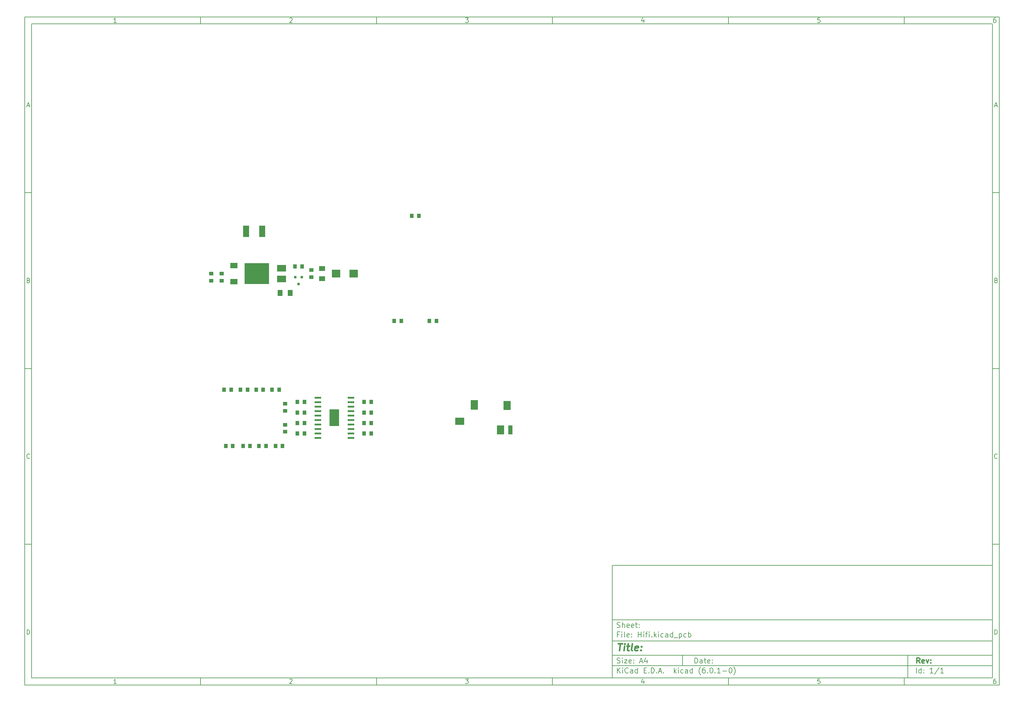
<source format=gtp>
G04 #@! TF.GenerationSoftware,KiCad,Pcbnew,(6.0.1-0)*
G04 #@! TF.CreationDate,2022-01-26T00:05:36+08:00*
G04 #@! TF.ProjectId,Hifi,48696669-2e6b-4696-9361-645f70636258,rev?*
G04 #@! TF.SameCoordinates,Original*
G04 #@! TF.FileFunction,Paste,Top*
G04 #@! TF.FilePolarity,Positive*
%FSLAX46Y46*%
G04 Gerber Fmt 4.6, Leading zero omitted, Abs format (unit mm)*
G04 Created by KiCad (PCBNEW (6.0.1-0)) date 2022-01-26 00:05:36*
%MOMM*%
%LPD*%
G01*
G04 APERTURE LIST*
%ADD10C,0.100000*%
%ADD11C,0.150000*%
%ADD12C,0.300000*%
%ADD13C,0.400000*%
%ADD14R,1.000000X1.250000*%
%ADD15R,1.800000X3.200000*%
%ADD16R,1.950000X0.600000*%
%ADD17R,2.800000X4.800000*%
%ADD18R,2.000000X2.500000*%
%ADD19R,2.000000X2.800000*%
%ADD20R,2.500000X2.000000*%
%ADD21R,1.200000X2.500000*%
%ADD22R,2.000000X1.500000*%
%ADD23R,7.000000X6.000000*%
%ADD24R,1.250000X1.000000*%
%ADD25R,2.370000X2.230000*%
%ADD26R,1.700000X1.360000*%
%ADD27R,1.360000X1.700000*%
%ADD28R,0.800100X0.800100*%
%ADD29R,2.499360X1.950720*%
G04 APERTURE END LIST*
D10*
D11*
X177002200Y-166007200D02*
X177002200Y-198007200D01*
X285002200Y-198007200D01*
X285002200Y-166007200D01*
X177002200Y-166007200D01*
D10*
D11*
X10000000Y-10000000D02*
X10000000Y-200007200D01*
X287002200Y-200007200D01*
X287002200Y-10000000D01*
X10000000Y-10000000D01*
D10*
D11*
X12000000Y-12000000D02*
X12000000Y-198007200D01*
X285002200Y-198007200D01*
X285002200Y-12000000D01*
X12000000Y-12000000D01*
D10*
D11*
X60000000Y-12000000D02*
X60000000Y-10000000D01*
D10*
D11*
X110000000Y-12000000D02*
X110000000Y-10000000D01*
D10*
D11*
X160000000Y-12000000D02*
X160000000Y-10000000D01*
D10*
D11*
X210000000Y-12000000D02*
X210000000Y-10000000D01*
D10*
D11*
X260000000Y-12000000D02*
X260000000Y-10000000D01*
D10*
D11*
X36065476Y-11588095D02*
X35322619Y-11588095D01*
X35694047Y-11588095D02*
X35694047Y-10288095D01*
X35570238Y-10473809D01*
X35446428Y-10597619D01*
X35322619Y-10659523D01*
D10*
D11*
X85322619Y-10411904D02*
X85384523Y-10350000D01*
X85508333Y-10288095D01*
X85817857Y-10288095D01*
X85941666Y-10350000D01*
X86003571Y-10411904D01*
X86065476Y-10535714D01*
X86065476Y-10659523D01*
X86003571Y-10845238D01*
X85260714Y-11588095D01*
X86065476Y-11588095D01*
D10*
D11*
X135260714Y-10288095D02*
X136065476Y-10288095D01*
X135632142Y-10783333D01*
X135817857Y-10783333D01*
X135941666Y-10845238D01*
X136003571Y-10907142D01*
X136065476Y-11030952D01*
X136065476Y-11340476D01*
X136003571Y-11464285D01*
X135941666Y-11526190D01*
X135817857Y-11588095D01*
X135446428Y-11588095D01*
X135322619Y-11526190D01*
X135260714Y-11464285D01*
D10*
D11*
X185941666Y-10721428D02*
X185941666Y-11588095D01*
X185632142Y-10226190D02*
X185322619Y-11154761D01*
X186127380Y-11154761D01*
D10*
D11*
X236003571Y-10288095D02*
X235384523Y-10288095D01*
X235322619Y-10907142D01*
X235384523Y-10845238D01*
X235508333Y-10783333D01*
X235817857Y-10783333D01*
X235941666Y-10845238D01*
X236003571Y-10907142D01*
X236065476Y-11030952D01*
X236065476Y-11340476D01*
X236003571Y-11464285D01*
X235941666Y-11526190D01*
X235817857Y-11588095D01*
X235508333Y-11588095D01*
X235384523Y-11526190D01*
X235322619Y-11464285D01*
D10*
D11*
X285941666Y-10288095D02*
X285694047Y-10288095D01*
X285570238Y-10350000D01*
X285508333Y-10411904D01*
X285384523Y-10597619D01*
X285322619Y-10845238D01*
X285322619Y-11340476D01*
X285384523Y-11464285D01*
X285446428Y-11526190D01*
X285570238Y-11588095D01*
X285817857Y-11588095D01*
X285941666Y-11526190D01*
X286003571Y-11464285D01*
X286065476Y-11340476D01*
X286065476Y-11030952D01*
X286003571Y-10907142D01*
X285941666Y-10845238D01*
X285817857Y-10783333D01*
X285570238Y-10783333D01*
X285446428Y-10845238D01*
X285384523Y-10907142D01*
X285322619Y-11030952D01*
D10*
D11*
X60000000Y-198007200D02*
X60000000Y-200007200D01*
D10*
D11*
X110000000Y-198007200D02*
X110000000Y-200007200D01*
D10*
D11*
X160000000Y-198007200D02*
X160000000Y-200007200D01*
D10*
D11*
X210000000Y-198007200D02*
X210000000Y-200007200D01*
D10*
D11*
X260000000Y-198007200D02*
X260000000Y-200007200D01*
D10*
D11*
X36065476Y-199595295D02*
X35322619Y-199595295D01*
X35694047Y-199595295D02*
X35694047Y-198295295D01*
X35570238Y-198481009D01*
X35446428Y-198604819D01*
X35322619Y-198666723D01*
D10*
D11*
X85322619Y-198419104D02*
X85384523Y-198357200D01*
X85508333Y-198295295D01*
X85817857Y-198295295D01*
X85941666Y-198357200D01*
X86003571Y-198419104D01*
X86065476Y-198542914D01*
X86065476Y-198666723D01*
X86003571Y-198852438D01*
X85260714Y-199595295D01*
X86065476Y-199595295D01*
D10*
D11*
X135260714Y-198295295D02*
X136065476Y-198295295D01*
X135632142Y-198790533D01*
X135817857Y-198790533D01*
X135941666Y-198852438D01*
X136003571Y-198914342D01*
X136065476Y-199038152D01*
X136065476Y-199347676D01*
X136003571Y-199471485D01*
X135941666Y-199533390D01*
X135817857Y-199595295D01*
X135446428Y-199595295D01*
X135322619Y-199533390D01*
X135260714Y-199471485D01*
D10*
D11*
X185941666Y-198728628D02*
X185941666Y-199595295D01*
X185632142Y-198233390D02*
X185322619Y-199161961D01*
X186127380Y-199161961D01*
D10*
D11*
X236003571Y-198295295D02*
X235384523Y-198295295D01*
X235322619Y-198914342D01*
X235384523Y-198852438D01*
X235508333Y-198790533D01*
X235817857Y-198790533D01*
X235941666Y-198852438D01*
X236003571Y-198914342D01*
X236065476Y-199038152D01*
X236065476Y-199347676D01*
X236003571Y-199471485D01*
X235941666Y-199533390D01*
X235817857Y-199595295D01*
X235508333Y-199595295D01*
X235384523Y-199533390D01*
X235322619Y-199471485D01*
D10*
D11*
X285941666Y-198295295D02*
X285694047Y-198295295D01*
X285570238Y-198357200D01*
X285508333Y-198419104D01*
X285384523Y-198604819D01*
X285322619Y-198852438D01*
X285322619Y-199347676D01*
X285384523Y-199471485D01*
X285446428Y-199533390D01*
X285570238Y-199595295D01*
X285817857Y-199595295D01*
X285941666Y-199533390D01*
X286003571Y-199471485D01*
X286065476Y-199347676D01*
X286065476Y-199038152D01*
X286003571Y-198914342D01*
X285941666Y-198852438D01*
X285817857Y-198790533D01*
X285570238Y-198790533D01*
X285446428Y-198852438D01*
X285384523Y-198914342D01*
X285322619Y-199038152D01*
D10*
D11*
X10000000Y-60000000D02*
X12000000Y-60000000D01*
D10*
D11*
X10000000Y-110000000D02*
X12000000Y-110000000D01*
D10*
D11*
X10000000Y-160000000D02*
X12000000Y-160000000D01*
D10*
D11*
X10690476Y-35216666D02*
X11309523Y-35216666D01*
X10566666Y-35588095D02*
X11000000Y-34288095D01*
X11433333Y-35588095D01*
D10*
D11*
X11092857Y-84907142D02*
X11278571Y-84969047D01*
X11340476Y-85030952D01*
X11402380Y-85154761D01*
X11402380Y-85340476D01*
X11340476Y-85464285D01*
X11278571Y-85526190D01*
X11154761Y-85588095D01*
X10659523Y-85588095D01*
X10659523Y-84288095D01*
X11092857Y-84288095D01*
X11216666Y-84350000D01*
X11278571Y-84411904D01*
X11340476Y-84535714D01*
X11340476Y-84659523D01*
X11278571Y-84783333D01*
X11216666Y-84845238D01*
X11092857Y-84907142D01*
X10659523Y-84907142D01*
D10*
D11*
X11402380Y-135464285D02*
X11340476Y-135526190D01*
X11154761Y-135588095D01*
X11030952Y-135588095D01*
X10845238Y-135526190D01*
X10721428Y-135402380D01*
X10659523Y-135278571D01*
X10597619Y-135030952D01*
X10597619Y-134845238D01*
X10659523Y-134597619D01*
X10721428Y-134473809D01*
X10845238Y-134350000D01*
X11030952Y-134288095D01*
X11154761Y-134288095D01*
X11340476Y-134350000D01*
X11402380Y-134411904D01*
D10*
D11*
X10659523Y-185588095D02*
X10659523Y-184288095D01*
X10969047Y-184288095D01*
X11154761Y-184350000D01*
X11278571Y-184473809D01*
X11340476Y-184597619D01*
X11402380Y-184845238D01*
X11402380Y-185030952D01*
X11340476Y-185278571D01*
X11278571Y-185402380D01*
X11154761Y-185526190D01*
X10969047Y-185588095D01*
X10659523Y-185588095D01*
D10*
D11*
X287002200Y-60000000D02*
X285002200Y-60000000D01*
D10*
D11*
X287002200Y-110000000D02*
X285002200Y-110000000D01*
D10*
D11*
X287002200Y-160000000D02*
X285002200Y-160000000D01*
D10*
D11*
X285692676Y-35216666D02*
X286311723Y-35216666D01*
X285568866Y-35588095D02*
X286002200Y-34288095D01*
X286435533Y-35588095D01*
D10*
D11*
X286095057Y-84907142D02*
X286280771Y-84969047D01*
X286342676Y-85030952D01*
X286404580Y-85154761D01*
X286404580Y-85340476D01*
X286342676Y-85464285D01*
X286280771Y-85526190D01*
X286156961Y-85588095D01*
X285661723Y-85588095D01*
X285661723Y-84288095D01*
X286095057Y-84288095D01*
X286218866Y-84350000D01*
X286280771Y-84411904D01*
X286342676Y-84535714D01*
X286342676Y-84659523D01*
X286280771Y-84783333D01*
X286218866Y-84845238D01*
X286095057Y-84907142D01*
X285661723Y-84907142D01*
D10*
D11*
X286404580Y-135464285D02*
X286342676Y-135526190D01*
X286156961Y-135588095D01*
X286033152Y-135588095D01*
X285847438Y-135526190D01*
X285723628Y-135402380D01*
X285661723Y-135278571D01*
X285599819Y-135030952D01*
X285599819Y-134845238D01*
X285661723Y-134597619D01*
X285723628Y-134473809D01*
X285847438Y-134350000D01*
X286033152Y-134288095D01*
X286156961Y-134288095D01*
X286342676Y-134350000D01*
X286404580Y-134411904D01*
D10*
D11*
X285661723Y-185588095D02*
X285661723Y-184288095D01*
X285971247Y-184288095D01*
X286156961Y-184350000D01*
X286280771Y-184473809D01*
X286342676Y-184597619D01*
X286404580Y-184845238D01*
X286404580Y-185030952D01*
X286342676Y-185278571D01*
X286280771Y-185402380D01*
X286156961Y-185526190D01*
X285971247Y-185588095D01*
X285661723Y-185588095D01*
D10*
D11*
X200434342Y-193785771D02*
X200434342Y-192285771D01*
X200791485Y-192285771D01*
X201005771Y-192357200D01*
X201148628Y-192500057D01*
X201220057Y-192642914D01*
X201291485Y-192928628D01*
X201291485Y-193142914D01*
X201220057Y-193428628D01*
X201148628Y-193571485D01*
X201005771Y-193714342D01*
X200791485Y-193785771D01*
X200434342Y-193785771D01*
X202577200Y-193785771D02*
X202577200Y-193000057D01*
X202505771Y-192857200D01*
X202362914Y-192785771D01*
X202077200Y-192785771D01*
X201934342Y-192857200D01*
X202577200Y-193714342D02*
X202434342Y-193785771D01*
X202077200Y-193785771D01*
X201934342Y-193714342D01*
X201862914Y-193571485D01*
X201862914Y-193428628D01*
X201934342Y-193285771D01*
X202077200Y-193214342D01*
X202434342Y-193214342D01*
X202577200Y-193142914D01*
X203077200Y-192785771D02*
X203648628Y-192785771D01*
X203291485Y-192285771D02*
X203291485Y-193571485D01*
X203362914Y-193714342D01*
X203505771Y-193785771D01*
X203648628Y-193785771D01*
X204720057Y-193714342D02*
X204577200Y-193785771D01*
X204291485Y-193785771D01*
X204148628Y-193714342D01*
X204077200Y-193571485D01*
X204077200Y-193000057D01*
X204148628Y-192857200D01*
X204291485Y-192785771D01*
X204577200Y-192785771D01*
X204720057Y-192857200D01*
X204791485Y-193000057D01*
X204791485Y-193142914D01*
X204077200Y-193285771D01*
X205434342Y-193642914D02*
X205505771Y-193714342D01*
X205434342Y-193785771D01*
X205362914Y-193714342D01*
X205434342Y-193642914D01*
X205434342Y-193785771D01*
X205434342Y-192857200D02*
X205505771Y-192928628D01*
X205434342Y-193000057D01*
X205362914Y-192928628D01*
X205434342Y-192857200D01*
X205434342Y-193000057D01*
D10*
D11*
X177002200Y-194507200D02*
X285002200Y-194507200D01*
D10*
D11*
X178434342Y-196585771D02*
X178434342Y-195085771D01*
X179291485Y-196585771D02*
X178648628Y-195728628D01*
X179291485Y-195085771D02*
X178434342Y-195942914D01*
X179934342Y-196585771D02*
X179934342Y-195585771D01*
X179934342Y-195085771D02*
X179862914Y-195157200D01*
X179934342Y-195228628D01*
X180005771Y-195157200D01*
X179934342Y-195085771D01*
X179934342Y-195228628D01*
X181505771Y-196442914D02*
X181434342Y-196514342D01*
X181220057Y-196585771D01*
X181077200Y-196585771D01*
X180862914Y-196514342D01*
X180720057Y-196371485D01*
X180648628Y-196228628D01*
X180577200Y-195942914D01*
X180577200Y-195728628D01*
X180648628Y-195442914D01*
X180720057Y-195300057D01*
X180862914Y-195157200D01*
X181077200Y-195085771D01*
X181220057Y-195085771D01*
X181434342Y-195157200D01*
X181505771Y-195228628D01*
X182791485Y-196585771D02*
X182791485Y-195800057D01*
X182720057Y-195657200D01*
X182577200Y-195585771D01*
X182291485Y-195585771D01*
X182148628Y-195657200D01*
X182791485Y-196514342D02*
X182648628Y-196585771D01*
X182291485Y-196585771D01*
X182148628Y-196514342D01*
X182077200Y-196371485D01*
X182077200Y-196228628D01*
X182148628Y-196085771D01*
X182291485Y-196014342D01*
X182648628Y-196014342D01*
X182791485Y-195942914D01*
X184148628Y-196585771D02*
X184148628Y-195085771D01*
X184148628Y-196514342D02*
X184005771Y-196585771D01*
X183720057Y-196585771D01*
X183577200Y-196514342D01*
X183505771Y-196442914D01*
X183434342Y-196300057D01*
X183434342Y-195871485D01*
X183505771Y-195728628D01*
X183577200Y-195657200D01*
X183720057Y-195585771D01*
X184005771Y-195585771D01*
X184148628Y-195657200D01*
X186005771Y-195800057D02*
X186505771Y-195800057D01*
X186720057Y-196585771D02*
X186005771Y-196585771D01*
X186005771Y-195085771D01*
X186720057Y-195085771D01*
X187362914Y-196442914D02*
X187434342Y-196514342D01*
X187362914Y-196585771D01*
X187291485Y-196514342D01*
X187362914Y-196442914D01*
X187362914Y-196585771D01*
X188077200Y-196585771D02*
X188077200Y-195085771D01*
X188434342Y-195085771D01*
X188648628Y-195157200D01*
X188791485Y-195300057D01*
X188862914Y-195442914D01*
X188934342Y-195728628D01*
X188934342Y-195942914D01*
X188862914Y-196228628D01*
X188791485Y-196371485D01*
X188648628Y-196514342D01*
X188434342Y-196585771D01*
X188077200Y-196585771D01*
X189577200Y-196442914D02*
X189648628Y-196514342D01*
X189577200Y-196585771D01*
X189505771Y-196514342D01*
X189577200Y-196442914D01*
X189577200Y-196585771D01*
X190220057Y-196157200D02*
X190934342Y-196157200D01*
X190077200Y-196585771D02*
X190577200Y-195085771D01*
X191077200Y-196585771D01*
X191577200Y-196442914D02*
X191648628Y-196514342D01*
X191577200Y-196585771D01*
X191505771Y-196514342D01*
X191577200Y-196442914D01*
X191577200Y-196585771D01*
X194577200Y-196585771D02*
X194577200Y-195085771D01*
X194720057Y-196014342D02*
X195148628Y-196585771D01*
X195148628Y-195585771D02*
X194577200Y-196157200D01*
X195791485Y-196585771D02*
X195791485Y-195585771D01*
X195791485Y-195085771D02*
X195720057Y-195157200D01*
X195791485Y-195228628D01*
X195862914Y-195157200D01*
X195791485Y-195085771D01*
X195791485Y-195228628D01*
X197148628Y-196514342D02*
X197005771Y-196585771D01*
X196720057Y-196585771D01*
X196577200Y-196514342D01*
X196505771Y-196442914D01*
X196434342Y-196300057D01*
X196434342Y-195871485D01*
X196505771Y-195728628D01*
X196577200Y-195657200D01*
X196720057Y-195585771D01*
X197005771Y-195585771D01*
X197148628Y-195657200D01*
X198434342Y-196585771D02*
X198434342Y-195800057D01*
X198362914Y-195657200D01*
X198220057Y-195585771D01*
X197934342Y-195585771D01*
X197791485Y-195657200D01*
X198434342Y-196514342D02*
X198291485Y-196585771D01*
X197934342Y-196585771D01*
X197791485Y-196514342D01*
X197720057Y-196371485D01*
X197720057Y-196228628D01*
X197791485Y-196085771D01*
X197934342Y-196014342D01*
X198291485Y-196014342D01*
X198434342Y-195942914D01*
X199791485Y-196585771D02*
X199791485Y-195085771D01*
X199791485Y-196514342D02*
X199648628Y-196585771D01*
X199362914Y-196585771D01*
X199220057Y-196514342D01*
X199148628Y-196442914D01*
X199077200Y-196300057D01*
X199077200Y-195871485D01*
X199148628Y-195728628D01*
X199220057Y-195657200D01*
X199362914Y-195585771D01*
X199648628Y-195585771D01*
X199791485Y-195657200D01*
X202077200Y-197157200D02*
X202005771Y-197085771D01*
X201862914Y-196871485D01*
X201791485Y-196728628D01*
X201720057Y-196514342D01*
X201648628Y-196157200D01*
X201648628Y-195871485D01*
X201720057Y-195514342D01*
X201791485Y-195300057D01*
X201862914Y-195157200D01*
X202005771Y-194942914D01*
X202077200Y-194871485D01*
X203291485Y-195085771D02*
X203005771Y-195085771D01*
X202862914Y-195157200D01*
X202791485Y-195228628D01*
X202648628Y-195442914D01*
X202577200Y-195728628D01*
X202577200Y-196300057D01*
X202648628Y-196442914D01*
X202720057Y-196514342D01*
X202862914Y-196585771D01*
X203148628Y-196585771D01*
X203291485Y-196514342D01*
X203362914Y-196442914D01*
X203434342Y-196300057D01*
X203434342Y-195942914D01*
X203362914Y-195800057D01*
X203291485Y-195728628D01*
X203148628Y-195657200D01*
X202862914Y-195657200D01*
X202720057Y-195728628D01*
X202648628Y-195800057D01*
X202577200Y-195942914D01*
X204077200Y-196442914D02*
X204148628Y-196514342D01*
X204077200Y-196585771D01*
X204005771Y-196514342D01*
X204077200Y-196442914D01*
X204077200Y-196585771D01*
X205077200Y-195085771D02*
X205220057Y-195085771D01*
X205362914Y-195157200D01*
X205434342Y-195228628D01*
X205505771Y-195371485D01*
X205577200Y-195657200D01*
X205577200Y-196014342D01*
X205505771Y-196300057D01*
X205434342Y-196442914D01*
X205362914Y-196514342D01*
X205220057Y-196585771D01*
X205077200Y-196585771D01*
X204934342Y-196514342D01*
X204862914Y-196442914D01*
X204791485Y-196300057D01*
X204720057Y-196014342D01*
X204720057Y-195657200D01*
X204791485Y-195371485D01*
X204862914Y-195228628D01*
X204934342Y-195157200D01*
X205077200Y-195085771D01*
X206220057Y-196442914D02*
X206291485Y-196514342D01*
X206220057Y-196585771D01*
X206148628Y-196514342D01*
X206220057Y-196442914D01*
X206220057Y-196585771D01*
X207720057Y-196585771D02*
X206862914Y-196585771D01*
X207291485Y-196585771D02*
X207291485Y-195085771D01*
X207148628Y-195300057D01*
X207005771Y-195442914D01*
X206862914Y-195514342D01*
X208362914Y-196014342D02*
X209505771Y-196014342D01*
X210505771Y-195085771D02*
X210648628Y-195085771D01*
X210791485Y-195157200D01*
X210862914Y-195228628D01*
X210934342Y-195371485D01*
X211005771Y-195657200D01*
X211005771Y-196014342D01*
X210934342Y-196300057D01*
X210862914Y-196442914D01*
X210791485Y-196514342D01*
X210648628Y-196585771D01*
X210505771Y-196585771D01*
X210362914Y-196514342D01*
X210291485Y-196442914D01*
X210220057Y-196300057D01*
X210148628Y-196014342D01*
X210148628Y-195657200D01*
X210220057Y-195371485D01*
X210291485Y-195228628D01*
X210362914Y-195157200D01*
X210505771Y-195085771D01*
X211505771Y-197157200D02*
X211577200Y-197085771D01*
X211720057Y-196871485D01*
X211791485Y-196728628D01*
X211862914Y-196514342D01*
X211934342Y-196157200D01*
X211934342Y-195871485D01*
X211862914Y-195514342D01*
X211791485Y-195300057D01*
X211720057Y-195157200D01*
X211577200Y-194942914D01*
X211505771Y-194871485D01*
D10*
D11*
X177002200Y-191507200D02*
X285002200Y-191507200D01*
D10*
D12*
X264411485Y-193785771D02*
X263911485Y-193071485D01*
X263554342Y-193785771D02*
X263554342Y-192285771D01*
X264125771Y-192285771D01*
X264268628Y-192357200D01*
X264340057Y-192428628D01*
X264411485Y-192571485D01*
X264411485Y-192785771D01*
X264340057Y-192928628D01*
X264268628Y-193000057D01*
X264125771Y-193071485D01*
X263554342Y-193071485D01*
X265625771Y-193714342D02*
X265482914Y-193785771D01*
X265197200Y-193785771D01*
X265054342Y-193714342D01*
X264982914Y-193571485D01*
X264982914Y-193000057D01*
X265054342Y-192857200D01*
X265197200Y-192785771D01*
X265482914Y-192785771D01*
X265625771Y-192857200D01*
X265697200Y-193000057D01*
X265697200Y-193142914D01*
X264982914Y-193285771D01*
X266197200Y-192785771D02*
X266554342Y-193785771D01*
X266911485Y-192785771D01*
X267482914Y-193642914D02*
X267554342Y-193714342D01*
X267482914Y-193785771D01*
X267411485Y-193714342D01*
X267482914Y-193642914D01*
X267482914Y-193785771D01*
X267482914Y-192857200D02*
X267554342Y-192928628D01*
X267482914Y-193000057D01*
X267411485Y-192928628D01*
X267482914Y-192857200D01*
X267482914Y-193000057D01*
D10*
D11*
X178362914Y-193714342D02*
X178577200Y-193785771D01*
X178934342Y-193785771D01*
X179077200Y-193714342D01*
X179148628Y-193642914D01*
X179220057Y-193500057D01*
X179220057Y-193357200D01*
X179148628Y-193214342D01*
X179077200Y-193142914D01*
X178934342Y-193071485D01*
X178648628Y-193000057D01*
X178505771Y-192928628D01*
X178434342Y-192857200D01*
X178362914Y-192714342D01*
X178362914Y-192571485D01*
X178434342Y-192428628D01*
X178505771Y-192357200D01*
X178648628Y-192285771D01*
X179005771Y-192285771D01*
X179220057Y-192357200D01*
X179862914Y-193785771D02*
X179862914Y-192785771D01*
X179862914Y-192285771D02*
X179791485Y-192357200D01*
X179862914Y-192428628D01*
X179934342Y-192357200D01*
X179862914Y-192285771D01*
X179862914Y-192428628D01*
X180434342Y-192785771D02*
X181220057Y-192785771D01*
X180434342Y-193785771D01*
X181220057Y-193785771D01*
X182362914Y-193714342D02*
X182220057Y-193785771D01*
X181934342Y-193785771D01*
X181791485Y-193714342D01*
X181720057Y-193571485D01*
X181720057Y-193000057D01*
X181791485Y-192857200D01*
X181934342Y-192785771D01*
X182220057Y-192785771D01*
X182362914Y-192857200D01*
X182434342Y-193000057D01*
X182434342Y-193142914D01*
X181720057Y-193285771D01*
X183077200Y-193642914D02*
X183148628Y-193714342D01*
X183077200Y-193785771D01*
X183005771Y-193714342D01*
X183077200Y-193642914D01*
X183077200Y-193785771D01*
X183077200Y-192857200D02*
X183148628Y-192928628D01*
X183077200Y-193000057D01*
X183005771Y-192928628D01*
X183077200Y-192857200D01*
X183077200Y-193000057D01*
X184862914Y-193357200D02*
X185577200Y-193357200D01*
X184720057Y-193785771D02*
X185220057Y-192285771D01*
X185720057Y-193785771D01*
X186862914Y-192785771D02*
X186862914Y-193785771D01*
X186505771Y-192214342D02*
X186148628Y-193285771D01*
X187077200Y-193285771D01*
D10*
D11*
X263434342Y-196585771D02*
X263434342Y-195085771D01*
X264791485Y-196585771D02*
X264791485Y-195085771D01*
X264791485Y-196514342D02*
X264648628Y-196585771D01*
X264362914Y-196585771D01*
X264220057Y-196514342D01*
X264148628Y-196442914D01*
X264077200Y-196300057D01*
X264077200Y-195871485D01*
X264148628Y-195728628D01*
X264220057Y-195657200D01*
X264362914Y-195585771D01*
X264648628Y-195585771D01*
X264791485Y-195657200D01*
X265505771Y-196442914D02*
X265577200Y-196514342D01*
X265505771Y-196585771D01*
X265434342Y-196514342D01*
X265505771Y-196442914D01*
X265505771Y-196585771D01*
X265505771Y-195657200D02*
X265577200Y-195728628D01*
X265505771Y-195800057D01*
X265434342Y-195728628D01*
X265505771Y-195657200D01*
X265505771Y-195800057D01*
X268148628Y-196585771D02*
X267291485Y-196585771D01*
X267720057Y-196585771D02*
X267720057Y-195085771D01*
X267577200Y-195300057D01*
X267434342Y-195442914D01*
X267291485Y-195514342D01*
X269862914Y-195014342D02*
X268577200Y-196942914D01*
X271148628Y-196585771D02*
X270291485Y-196585771D01*
X270720057Y-196585771D02*
X270720057Y-195085771D01*
X270577200Y-195300057D01*
X270434342Y-195442914D01*
X270291485Y-195514342D01*
D10*
D11*
X177002200Y-187507200D02*
X285002200Y-187507200D01*
D10*
D13*
X178714580Y-188211961D02*
X179857438Y-188211961D01*
X179036009Y-190211961D02*
X179286009Y-188211961D01*
X180274104Y-190211961D02*
X180440771Y-188878628D01*
X180524104Y-188211961D02*
X180416961Y-188307200D01*
X180500295Y-188402438D01*
X180607438Y-188307200D01*
X180524104Y-188211961D01*
X180500295Y-188402438D01*
X181107438Y-188878628D02*
X181869342Y-188878628D01*
X181476485Y-188211961D02*
X181262200Y-189926247D01*
X181333628Y-190116723D01*
X181512200Y-190211961D01*
X181702676Y-190211961D01*
X182655057Y-190211961D02*
X182476485Y-190116723D01*
X182405057Y-189926247D01*
X182619342Y-188211961D01*
X184190771Y-190116723D02*
X183988390Y-190211961D01*
X183607438Y-190211961D01*
X183428866Y-190116723D01*
X183357438Y-189926247D01*
X183452676Y-189164342D01*
X183571723Y-188973866D01*
X183774104Y-188878628D01*
X184155057Y-188878628D01*
X184333628Y-188973866D01*
X184405057Y-189164342D01*
X184381247Y-189354819D01*
X183405057Y-189545295D01*
X185155057Y-190021485D02*
X185238390Y-190116723D01*
X185131247Y-190211961D01*
X185047914Y-190116723D01*
X185155057Y-190021485D01*
X185131247Y-190211961D01*
X185286009Y-188973866D02*
X185369342Y-189069104D01*
X185262200Y-189164342D01*
X185178866Y-189069104D01*
X185286009Y-188973866D01*
X185262200Y-189164342D01*
D10*
D11*
X178934342Y-185600057D02*
X178434342Y-185600057D01*
X178434342Y-186385771D02*
X178434342Y-184885771D01*
X179148628Y-184885771D01*
X179720057Y-186385771D02*
X179720057Y-185385771D01*
X179720057Y-184885771D02*
X179648628Y-184957200D01*
X179720057Y-185028628D01*
X179791485Y-184957200D01*
X179720057Y-184885771D01*
X179720057Y-185028628D01*
X180648628Y-186385771D02*
X180505771Y-186314342D01*
X180434342Y-186171485D01*
X180434342Y-184885771D01*
X181791485Y-186314342D02*
X181648628Y-186385771D01*
X181362914Y-186385771D01*
X181220057Y-186314342D01*
X181148628Y-186171485D01*
X181148628Y-185600057D01*
X181220057Y-185457200D01*
X181362914Y-185385771D01*
X181648628Y-185385771D01*
X181791485Y-185457200D01*
X181862914Y-185600057D01*
X181862914Y-185742914D01*
X181148628Y-185885771D01*
X182505771Y-186242914D02*
X182577200Y-186314342D01*
X182505771Y-186385771D01*
X182434342Y-186314342D01*
X182505771Y-186242914D01*
X182505771Y-186385771D01*
X182505771Y-185457200D02*
X182577200Y-185528628D01*
X182505771Y-185600057D01*
X182434342Y-185528628D01*
X182505771Y-185457200D01*
X182505771Y-185600057D01*
X184362914Y-186385771D02*
X184362914Y-184885771D01*
X184362914Y-185600057D02*
X185220057Y-185600057D01*
X185220057Y-186385771D02*
X185220057Y-184885771D01*
X185934342Y-186385771D02*
X185934342Y-185385771D01*
X185934342Y-184885771D02*
X185862914Y-184957200D01*
X185934342Y-185028628D01*
X186005771Y-184957200D01*
X185934342Y-184885771D01*
X185934342Y-185028628D01*
X186434342Y-185385771D02*
X187005771Y-185385771D01*
X186648628Y-186385771D02*
X186648628Y-185100057D01*
X186720057Y-184957200D01*
X186862914Y-184885771D01*
X187005771Y-184885771D01*
X187505771Y-186385771D02*
X187505771Y-185385771D01*
X187505771Y-184885771D02*
X187434342Y-184957200D01*
X187505771Y-185028628D01*
X187577200Y-184957200D01*
X187505771Y-184885771D01*
X187505771Y-185028628D01*
X188220057Y-186242914D02*
X188291485Y-186314342D01*
X188220057Y-186385771D01*
X188148628Y-186314342D01*
X188220057Y-186242914D01*
X188220057Y-186385771D01*
X188934342Y-186385771D02*
X188934342Y-184885771D01*
X189077200Y-185814342D02*
X189505771Y-186385771D01*
X189505771Y-185385771D02*
X188934342Y-185957200D01*
X190148628Y-186385771D02*
X190148628Y-185385771D01*
X190148628Y-184885771D02*
X190077200Y-184957200D01*
X190148628Y-185028628D01*
X190220057Y-184957200D01*
X190148628Y-184885771D01*
X190148628Y-185028628D01*
X191505771Y-186314342D02*
X191362914Y-186385771D01*
X191077200Y-186385771D01*
X190934342Y-186314342D01*
X190862914Y-186242914D01*
X190791485Y-186100057D01*
X190791485Y-185671485D01*
X190862914Y-185528628D01*
X190934342Y-185457200D01*
X191077200Y-185385771D01*
X191362914Y-185385771D01*
X191505771Y-185457200D01*
X192791485Y-186385771D02*
X192791485Y-185600057D01*
X192720057Y-185457200D01*
X192577200Y-185385771D01*
X192291485Y-185385771D01*
X192148628Y-185457200D01*
X192791485Y-186314342D02*
X192648628Y-186385771D01*
X192291485Y-186385771D01*
X192148628Y-186314342D01*
X192077200Y-186171485D01*
X192077200Y-186028628D01*
X192148628Y-185885771D01*
X192291485Y-185814342D01*
X192648628Y-185814342D01*
X192791485Y-185742914D01*
X194148628Y-186385771D02*
X194148628Y-184885771D01*
X194148628Y-186314342D02*
X194005771Y-186385771D01*
X193720057Y-186385771D01*
X193577200Y-186314342D01*
X193505771Y-186242914D01*
X193434342Y-186100057D01*
X193434342Y-185671485D01*
X193505771Y-185528628D01*
X193577200Y-185457200D01*
X193720057Y-185385771D01*
X194005771Y-185385771D01*
X194148628Y-185457200D01*
X194505771Y-186528628D02*
X195648628Y-186528628D01*
X196005771Y-185385771D02*
X196005771Y-186885771D01*
X196005771Y-185457200D02*
X196148628Y-185385771D01*
X196434342Y-185385771D01*
X196577200Y-185457200D01*
X196648628Y-185528628D01*
X196720057Y-185671485D01*
X196720057Y-186100057D01*
X196648628Y-186242914D01*
X196577200Y-186314342D01*
X196434342Y-186385771D01*
X196148628Y-186385771D01*
X196005771Y-186314342D01*
X198005771Y-186314342D02*
X197862914Y-186385771D01*
X197577200Y-186385771D01*
X197434342Y-186314342D01*
X197362914Y-186242914D01*
X197291485Y-186100057D01*
X197291485Y-185671485D01*
X197362914Y-185528628D01*
X197434342Y-185457200D01*
X197577200Y-185385771D01*
X197862914Y-185385771D01*
X198005771Y-185457200D01*
X198648628Y-186385771D02*
X198648628Y-184885771D01*
X198648628Y-185457200D02*
X198791485Y-185385771D01*
X199077200Y-185385771D01*
X199220057Y-185457200D01*
X199291485Y-185528628D01*
X199362914Y-185671485D01*
X199362914Y-186100057D01*
X199291485Y-186242914D01*
X199220057Y-186314342D01*
X199077200Y-186385771D01*
X198791485Y-186385771D01*
X198648628Y-186314342D01*
D10*
D11*
X177002200Y-181507200D02*
X285002200Y-181507200D01*
D10*
D11*
X178362914Y-183614342D02*
X178577200Y-183685771D01*
X178934342Y-183685771D01*
X179077200Y-183614342D01*
X179148628Y-183542914D01*
X179220057Y-183400057D01*
X179220057Y-183257200D01*
X179148628Y-183114342D01*
X179077200Y-183042914D01*
X178934342Y-182971485D01*
X178648628Y-182900057D01*
X178505771Y-182828628D01*
X178434342Y-182757200D01*
X178362914Y-182614342D01*
X178362914Y-182471485D01*
X178434342Y-182328628D01*
X178505771Y-182257200D01*
X178648628Y-182185771D01*
X179005771Y-182185771D01*
X179220057Y-182257200D01*
X179862914Y-183685771D02*
X179862914Y-182185771D01*
X180505771Y-183685771D02*
X180505771Y-182900057D01*
X180434342Y-182757200D01*
X180291485Y-182685771D01*
X180077200Y-182685771D01*
X179934342Y-182757200D01*
X179862914Y-182828628D01*
X181791485Y-183614342D02*
X181648628Y-183685771D01*
X181362914Y-183685771D01*
X181220057Y-183614342D01*
X181148628Y-183471485D01*
X181148628Y-182900057D01*
X181220057Y-182757200D01*
X181362914Y-182685771D01*
X181648628Y-182685771D01*
X181791485Y-182757200D01*
X181862914Y-182900057D01*
X181862914Y-183042914D01*
X181148628Y-183185771D01*
X183077200Y-183614342D02*
X182934342Y-183685771D01*
X182648628Y-183685771D01*
X182505771Y-183614342D01*
X182434342Y-183471485D01*
X182434342Y-182900057D01*
X182505771Y-182757200D01*
X182648628Y-182685771D01*
X182934342Y-182685771D01*
X183077200Y-182757200D01*
X183148628Y-182900057D01*
X183148628Y-183042914D01*
X182434342Y-183185771D01*
X183577200Y-182685771D02*
X184148628Y-182685771D01*
X183791485Y-182185771D02*
X183791485Y-183471485D01*
X183862914Y-183614342D01*
X184005771Y-183685771D01*
X184148628Y-183685771D01*
X184648628Y-183542914D02*
X184720057Y-183614342D01*
X184648628Y-183685771D01*
X184577200Y-183614342D01*
X184648628Y-183542914D01*
X184648628Y-183685771D01*
X184648628Y-182757200D02*
X184720057Y-182828628D01*
X184648628Y-182900057D01*
X184577200Y-182828628D01*
X184648628Y-182757200D01*
X184648628Y-182900057D01*
D10*
D12*
D10*
D11*
D10*
D11*
D10*
D11*
D10*
D11*
D10*
D11*
X197002200Y-191507200D02*
X197002200Y-194507200D01*
D10*
D11*
X261002200Y-191507200D02*
X261002200Y-198007200D01*
D14*
X122000000Y-66600000D03*
X120000000Y-66600000D03*
X125000000Y-96500000D03*
X127000000Y-96500000D03*
X115000000Y-96500000D03*
X117000000Y-96500000D03*
X68660000Y-116000000D03*
X66660000Y-116000000D03*
X83300000Y-132000000D03*
X81300000Y-132000000D03*
D15*
X72970000Y-71000000D03*
X77470000Y-71000000D03*
D14*
X67150000Y-132000000D03*
X69150000Y-132000000D03*
X73320000Y-116000000D03*
X71320000Y-116000000D03*
X75770000Y-116000000D03*
X77770000Y-116000000D03*
X72070000Y-132000000D03*
X74070000Y-132000000D03*
X76600000Y-132000000D03*
X78600000Y-132000000D03*
X80290000Y-116000000D03*
X82290000Y-116000000D03*
X89500000Y-128500000D03*
X87500000Y-128500000D03*
X89500000Y-125500000D03*
X87500000Y-125500000D03*
X108500000Y-125500000D03*
X106500000Y-125500000D03*
X106500000Y-128500000D03*
X108500000Y-128500000D03*
D16*
X93300000Y-118285000D03*
X93300000Y-119555000D03*
X93300000Y-120825000D03*
X93300000Y-122095000D03*
X93300000Y-123365000D03*
X93300000Y-124635000D03*
X93300000Y-125905000D03*
X93300000Y-127175000D03*
X93300000Y-128445000D03*
X93300000Y-129715000D03*
D17*
X98000000Y-124000000D03*
D16*
X102700000Y-129715000D03*
X102700000Y-128445000D03*
X102700000Y-127175000D03*
X102700000Y-125905000D03*
X102700000Y-124635000D03*
X102700000Y-123365000D03*
X102700000Y-122095000D03*
X102700000Y-120825000D03*
X102700000Y-119555000D03*
X102700000Y-118285000D03*
D18*
X147100000Y-120550000D03*
D19*
X137800000Y-120300000D03*
D18*
X145200000Y-127450000D03*
D20*
X133600000Y-125000000D03*
D21*
X148000000Y-127450000D03*
D14*
X87500000Y-122500000D03*
X89500000Y-122500000D03*
X108500000Y-119500000D03*
X106500000Y-119500000D03*
X87500000Y-119500000D03*
X89500000Y-119500000D03*
X108500000Y-122500000D03*
X106500000Y-122500000D03*
D22*
X69500000Y-80700000D03*
D23*
X76000000Y-83000000D03*
D22*
X69500000Y-85300000D03*
D24*
X66000000Y-83000000D03*
X66000000Y-85000000D03*
D25*
X98530000Y-83000000D03*
X103470000Y-83000000D03*
D26*
X94500000Y-84450000D03*
X94500000Y-81550000D03*
D27*
X85450000Y-88490000D03*
X82550000Y-88490000D03*
D28*
X88760000Y-83999240D03*
X86860000Y-83999240D03*
X87810000Y-85998220D03*
D24*
X91480000Y-84000000D03*
X91480000Y-82000000D03*
D14*
X86810000Y-81000000D03*
X88810000Y-81000000D03*
D29*
X83000000Y-84524000D03*
X83000000Y-81476000D03*
D24*
X63000000Y-83000000D03*
X63000000Y-85000000D03*
X84000000Y-120000000D03*
X84000000Y-122000000D03*
X84000000Y-126000000D03*
X84000000Y-128000000D03*
M02*

</source>
